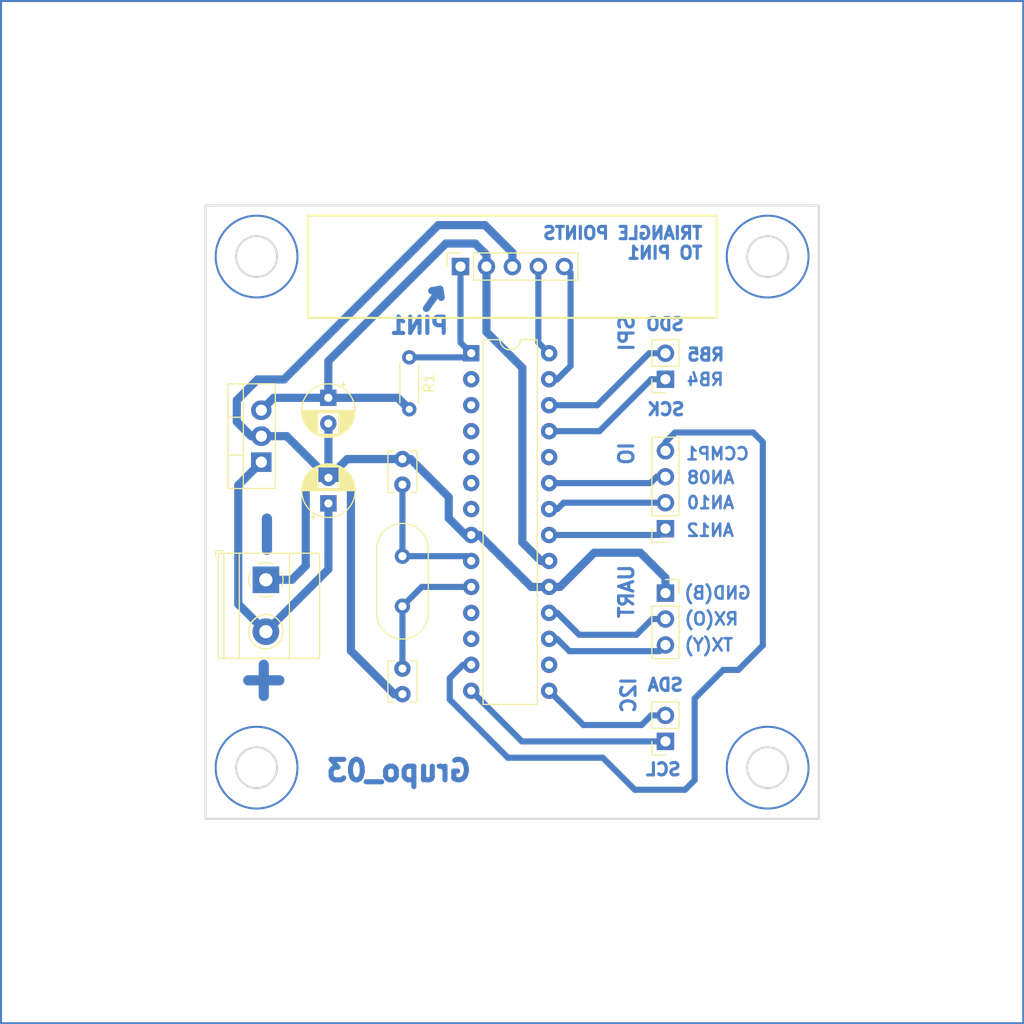
<source format=kicad_pcb>
(kicad_pcb (version 20221018) (generator pcbnew)
  (layers (0 "F.Cu" signal) (31 "B.Cu" signal) (34 "B.Paste" user) (35 "F.Paste" user) (36 "B.SilkS" user "B.Silkscreen") (37 "F.SilkS" user "F.Silkscreen") (38 "B.Mask" user) (39 "F.Mask" user) (44 "Edge.Cuts" user))
  (net 0 "")
  (net 1 "signal_clkout")
  (net 2 "GND")
  (net 3 "signal_clkin")
  (net 4 "+12V")
  (net 5 "+5V")
  (net 6 "signal_i2c_scl")
  (net 7 "signal_i2c_sda")
  (net 8 "signal_an12")
  (net 9 "signal_an10")
  (net 10 "signal_an8")
  (net 12 "signal_pwm")
  (net 13 "signal_mclr")
  (net 14 "signal_tx")
  (net 19 "unconnected-(M1-T0CKI{slash}C1OUT{slash}RA4-Pad6)")
  (net 23 "signal_rx")
  (net 24 "signal_spi_sck")
  (net 26 "signal_spi_sdo")
  (net 27 "signal_icsp_clk")
  (net 28 "signal_icsp_dat")
  (footprint "Connector_PinSocket_2.54mm:PinSocket_1x05_P2.54mm_Vertical" (layer "F.Cu") (at 135.95 79.975 90)
    (fp_text reference "PROGRAMMER1" hide)
    (fp_text value "Conn_01x05" hide)
    (pad "1" thru_hole rect (at 0 0 90) (size 1.7 1.7) (drill 1) (layers "*.Cu" "*.Mask") (net 13 "signal_mclr"))
    (pad "2" thru_hole oval (at 0 2.54 90) (size 1.7 1.7) (drill 1) (layers "*.Cu" "*.Mask") (net 5 "+5V"))
    (pad "3" thru_hole oval (at 0 5.08 90) (size 1.7 1.7) (drill 1) (layers "*.Cu" "*.Mask") (net 2 "GND"))
    (pad "4" thru_hole oval (at 0 7.62 90) (size 1.7 1.7) (drill 1) (layers "*.Cu" "*.Mask") (net 28 "signal_icsp_dat"))
    (pad "5" thru_hole oval (at 0 10.16 90) (size 1.7 1.7) (drill 1) (layers "*.Cu" "*.Mask") (net 27 "signal_icsp_clk"))
  )
  (footprint "Connector_PinSocket_2.54mm:PinSocket_1x03_P2.54mm_Vertical" (layer "F.Cu") (at 156 111.92)
    (fp_text reference "USART1" hide)
    (fp_text value "Conn_01x03" hide)
    (pad "1" thru_hole rect (at 0 0) (size 1.7 1.7) (drill 1) (layers "*.Cu" "*.Mask") (net 2 "GND"))
    (pad "2" thru_hole oval (at 0 2.54) (size 1.7 1.7) (drill 1) (layers "*.Cu" "*.Mask") (net 23 "signal_rx"))
    (pad "3" thru_hole oval (at 0 5.08) (size 1.7 1.7) (drill 1) (layers "*.Cu" "*.Mask") (net 14 "signal_tx"))
  )
  (footprint "Resistor_THT:R_Axial_DIN0204_L3.6mm_D1.6mm_P5.08mm_Horizontal" (layer "F.Cu") (at 130.94 88.86 -90)
    (fp_text reference "R1" (at 2.54 -1.92 90) (layer "F.SilkS"))
    (fp_text value "5K" hide)
    (pad "1" thru_hole circle (at 0 0 270) (size 1.4 1.4) (drill 0.7) (layers "*.Cu" "*.Mask") (net 13 "signal_mclr"))
    (pad "2" thru_hole oval (at 5.08 0 270) (size 1.4 1.4) (drill 0.7) (layers "*.Cu" "*.Mask") (net 5 "+5V"))
  )
  (footprint "Capacitor_THT:CP_Radial_D5.0mm_P2.50mm" (layer "F.Cu") (at 123.03 103.15 90)
    (fp_text reference "C3" hide)
    (fp_text value "0.33uF" hide)
    (pad "1" thru_hole rect (at 0 0 90) (size 1.6 1.6) (drill 0.8) (layers "*.Cu" "*.Mask") (net 4 "+12V"))
    (pad "2" thru_hole circle (at 2.5 0 90) (size 1.6 1.6) (drill 0.8) (layers "*.Cu" "*.Mask") (net 2 "GND"))
  )
  (footprint "Capacitor_THT:C_Disc_D3.8mm_W2.6mm_P2.50mm" (layer "F.Cu") (at 130.27 101.31 90)
    (fp_text reference "C2" hide)
    (fp_text value "22pF" hide)
    (pad "1" thru_hole circle (at 0 0 90) (size 1.6 1.6) (drill 0.8) (layers "*.Cu" "*.Mask") (net 3 "signal_clkin"))
    (pad "2" thru_hole circle (at 2.5 0 90) (size 1.6 1.6) (drill 0.8) (layers "*.Cu" "*.Mask") (net 2 "GND"))
  )
  (footprint "Crystal:Crystal_HC18-U_Vertical" (layer "F.Cu") (at 130.27 108.31 -90)
    (fp_text reference "Y1" hide)
    (fp_text value "Crystal" hide)
    (pad "1" thru_hole circle (at 0 0 270) (size 1.5 1.5) (drill 0.8) (layers "*.Cu" "*.Mask") (net 3 "signal_clkin"))
    (pad "2" thru_hole circle (at 4.9 0 270) (size 1.5 1.5) (drill 0.8) (layers "*.Cu" "*.Mask") (net 1 "signal_clkout"))
  )
  (footprint "Capacitor_THT:CP_Radial_D5.0mm_P2.50mm" (layer "F.Cu") (at 123.02 92.82 -90)
    (fp_text reference "C4" hide)
    (fp_text value "0.1uF" hide)
    (pad "1" thru_hole rect (at 0 0 270) (size 1.6 1.6) (drill 0.8) (layers "*.Cu" "*.Mask") (net 5 "+5V"))
    (pad "2" thru_hole circle (at 2.5 0 270) (size 1.6 1.6) (drill 0.8) (layers "*.Cu" "*.Mask") (net 2 "GND"))
  )
  (footprint "Package_TO_SOT_THT:TO-220-3_Vertical" (layer "F.Cu") (at 116.465 99.11 90)
    (fp_text reference "U1" hide)
    (fp_text value "L7805" hide)
    (pad "1" thru_hole rect (at 0 0 90) (size 1.905 2) (drill 1.1) (layers "*.Cu" "*.Mask") (net 4 "+12V"))
    (pad "2" thru_hole oval (at 2.54 0 90) (size 1.905 2) (drill 1.1) (layers "*.Cu" "*.Mask") (net 2 "GND"))
    (pad "3" thru_hole oval (at 5.08 0 90) (size 1.905 2) (drill 1.1) (layers "*.Cu" "*.Mask") (net 5 "+5V"))
  )
  (footprint "Connector_PinSocket_2.54mm:PinSocket_1x04_P2.54mm_Vertical" (layer "F.Cu") (at 156 105.62 180)
    (fp_text reference "IO1" hide)
    (fp_text value "Conn_01x04" hide)
    (pad "1" thru_hole rect (at 0 0 180) (size 1.7 1.7) (drill 1) (layers "*.Cu" "*.Mask") (net 8 "signal_an12"))
    (pad "2" thru_hole oval (at 0 2.54 180) (size 1.7 1.7) (drill 1) (layers "*.Cu" "*.Mask") (net 9 "signal_an10"))
    (pad "3" thru_hole oval (at 0 5.08 180) (size 1.7 1.7) (drill 1) (layers "*.Cu" "*.Mask") (net 10 "signal_an8"))
    (pad "4" thru_hole oval (at 0 7.62 180) (size 1.7 1.7) (drill 1) (layers "*.Cu" "*.Mask") (net 12 "signal_pwm"))
  )
  (footprint "Capacitor_THT:C_Disc_D3.8mm_W2.6mm_P2.50mm" (layer "F.Cu") (at 130.27 119.31 -90)
    (fp_text reference "C1" hide)
    (fp_text value "22pF" hide)
    (pad "1" thru_hole circle (at 0 0 270) (size 1.6 1.6) (drill 0.8) (layers "*.Cu" "*.Mask") (net 1 "signal_clkout"))
    (pad "2" thru_hole circle (at 2.5 0 270) (size 1.6 1.6) (drill 0.8) (layers "*.Cu" "*.Mask") (net 2 "GND"))
  )
  (footprint "Connector_PinSocket_2.54mm:PinSocket_1x02_P2.54mm_Vertical" (layer "F.Cu") (at 156 91 180)
    (fp_text reference "SPI1" hide)
    (fp_text value "Conn_01x02" hide)
    (pad "1" thru_hole rect (at 0 0 180) (size 1.7 1.7) (drill 1) (layers "*.Cu" "*.Mask") (net 24 "signal_spi_sck"))
    (pad "2" thru_hole oval (at 0 2.54 180) (size 1.7 1.7) (drill 1) (layers "*.Cu" "*.Mask") (net 26 "signal_spi_sdo"))
  )
  (footprint "Package_DIP:DIP-28_W7.62mm" (layer "F.Cu") (at 137 88.46)
    (fp_text reference "M1" hide)
    (fp_text value "PIC16F886-IP" hide)
    (pad "1" thru_hole rect (at 0 0) (size 1.6 1.6) (drill 0.8) (layers "*.Cu" "*.Mask") (net 13 "signal_mclr"))
    (pad "2" thru_hole oval (at 0 2.54) (size 1.6 1.6) (drill 0.8) (layers "*.Cu" "*.Mask"))
    (pad "3" thru_hole oval (at 0 5.08) (size 1.6 1.6) (drill 0.8) (layers "*.Cu" "*.Mask"))
    (pad "4" thru_hole oval (at 0 7.62) (size 1.6 1.6) (drill 0.8) (layers "*.Cu" "*.Mask"))
    (pad "5" thru_hole oval (at 0 10.16) (size 1.6 1.6) (drill 0.8) (layers "*.Cu" "*.Mask"))
    (pad "6" thru_hole oval (at 0 12.7) (size 1.6 1.6) (drill 0.8) (layers "*.Cu" "*.Mask") (net 19 "unconnected-(M1-T0CKI{slash}C1OUT{slash}RA4-Pad6)"))
    (pad "7" thru_hole oval (at 0 15.24) (size 1.6 1.6) (drill 0.8) (layers "*.Cu" "*.Mask"))
    (pad "8" thru_hole oval (at 0 17.78) (size 1.6 1.6) (drill 0.8) (layers "*.Cu" "*.Mask") (net 2 "GND"))
    (pad "9" thru_hole oval (at 0 20.32) (size 1.6 1.6) (drill 0.8) (layers "*.Cu" "*.Mask") (net 3 "signal_clkin"))
    (pad "10" thru_hole oval (at 0 22.86) (size 1.6 1.6) (drill 0.8) (layers "*.Cu" "*.Mask") (net 1 "signal_clkout"))
    (pad "11" thru_hole oval (at 0 25.4) (size 1.6 1.6) (drill 0.8) (layers "*.Cu" "*.Mask"))
    (pad "12" thru_hole oval (at 0 27.94) (size 1.6 1.6) (drill 0.8) (layers "*.Cu" "*.Mask"))
    (pad "13" thru_hole oval (at 0 30.48) (size 1.6 1.6) (drill 0.8) (layers "*.Cu" "*.Mask") (net 12 "signal_pwm"))
    (pad "14" thru_hole oval (at 0 33.02) (size 1.6 1.6) (drill 0.8) (layers "*.Cu" "*.Mask") (net 6 "signal_i2c_scl"))
    (pad "15" thru_hole oval (at 7.62 33.02) (size 1.6 1.6) (drill 0.8) (layers "*.Cu" "*.Mask") (net 7 "signal_i2c_sda"))
    (pad "16" thru_hole oval (at 7.62 30.48) (size 1.6 1.6) (drill 0.8) (layers "*.Cu" "*.Mask"))
    (pad "17" thru_hole oval (at 7.62 27.94) (size 1.6 1.6) (drill 0.8) (layers "*.Cu" "*.Mask") (net 14 "signal_tx"))
    (pad "18" thru_hole oval (at 7.62 25.4) (size 1.6 1.6) (drill 0.8) (layers "*.Cu" "*.Mask") (net 23 "signal_rx"))
    (pad "19" thru_hole oval (at 7.62 22.86) (size 1.6 1.6) (drill 0.8) (layers "*.Cu" "*.Mask") (net 2 "GND"))
    (pad "20" thru_hole oval (at 7.62 20.32) (size 1.6 1.6) (drill 0.8) (layers "*.Cu" "*.Mask") (net 5 "+5V"))
    (pad "21" thru_hole oval (at 7.62 17.78) (size 1.6 1.6) (drill 0.8) (layers "*.Cu" "*.Mask") (net 8 "signal_an12"))
    (pad "22" thru_hole oval (at 7.62 15.24) (size 1.6 1.6) (drill 0.8) (layers "*.Cu" "*.Mask") (net 9 "signal_an10"))
    (pad "23" thru_hole oval (at 7.62 12.7) (size 1.6 1.6) (drill 0.8) (layers "*.Cu" "*.Mask") (net 10 "signal_an8"))
    (pad "24" thru_hole oval (at 7.62 10.16) (size 1.6 1.6) (drill 0.8) (layers "*.Cu" "*.Mask"))
    (pad "25" thru_hole oval (at 7.62 7.62) (size 1.6 1.6) (drill 0.8) (layers "*.Cu" "*.Mask") (net 24 "signal_spi_sck"))
    (pad "26" thru_hole oval (at 7.62 5.08) (size 1.6 1.6) (drill 0.8) (layers "*.Cu" "*.Mask") (net 26 "signal_spi_sdo"))
    (pad "27" thru_hole oval (at 7.62 2.54) (size 1.6 1.6) (drill 0.8) (layers "*.Cu" "*.Mask") (net 27 "signal_icsp_clk"))
    (pad "28" thru_hole oval (at 7.62 0) (size 1.6 1.6) (drill 0.8) (layers "*.Cu" "*.Mask") (net 28 "signal_icsp_dat"))
  )
  (footprint "TerminalBlock_Phoenix:TerminalBlock_Phoenix_MKDS-1,5-2-5.08_1x02_P5.08mm_Horizontal" (layer "F.Cu") (at 116.91 110.62 -90)
    (fp_text reference "J1" hide)
    (fp_text value "Screw_Terminal_01x02" hide)
    (pad "1" thru_hole rect (at 0 0 270) (size 2.6 2.6) (drill 1.3) (layers "*.Cu" "*.Mask") (net 2 "GND"))
    (pad "2" thru_hole circle (at 5.08 0 270) (size 2.6 2.6) (drill 1.3) (layers "*.Cu" "*.Mask") (net 4 "+12V"))
  )
  (footprint "Connector_PinSocket_2.54mm:PinSocket_1x02_P2.54mm_Vertical" (layer "F.Cu") (at 156 126.43 180)
    (fp_text reference "I2C1" hide)
    (fp_text value "Conn_01x02" hide)
    (pad "1" thru_hole rect (at 0 0 180) (size 1.7 1.7) (drill 1) (layers "*.Cu" "*.Mask") (net 6 "signal_i2c_scl"))
    (pad "2" thru_hole oval (at 0 2.54 180) (size 1.7 1.7) (drill 1) (layers "*.Cu" "*.Mask") (net 7 "signal_i2c_sda"))
  )
  (gr_circle (center 166 79) (end 166 83) (stroke (width 0.2)) (fill none) (layer "B.Cu"))
  (gr_rect (start 91 54) (end 191 154) (stroke (width 0.2)) (fill none) (layer "B.Cu"))
  (gr_circle (center 116 79) (end 116 83) (stroke (width 0.2)) (fill none) (layer "B.Cu"))
  (gr_circle (center 116 129) (end 116 133) (stroke (width 0.2)) (fill none) (layer "B.Cu"))
  (gr_circle (center 166 129) (end 166 133) (stroke (width 0.2)) (fill none) (layer "B.Cu"))
  (gr_rect (start 121 75) (end 161 85) (stroke (width 0.2)) (fill none) (layer "F.SilkS"))
  (gr_circle (center 166 79) (end 168 79) (stroke (width 0.2)) (fill none) (layer "Edge.Cuts"))
  (gr_circle (center 116 129) (end 118 129) (stroke (width 0.2)) (fill none) (layer "Edge.Cuts"))
  (gr_circle (center 116 79) (end 118 79) (stroke (width 0.2)) (fill none) (layer "Edge.Cuts"))
  (gr_circle (center 166 129) (end 168 129) (stroke (width 0.2)) (fill none) (layer "Edge.Cuts"))
  (gr_rect (start 111 74) (end 171 134) (stroke (width 0.2)) (fill none) (layer "Edge.Cuts"))
  (gr_text "+" (at 119.84 122.52) (layer "B.Cu") (effects (font (size 4 4) (thickness 1) bold) (justify left bottom mirror)))
  (gr_text "GND(B)" (at 164.49 112.61) (layer "B.Cu") (effects (font (size 1.2 1.2) (thickness 0.25) bold) (justify left bottom mirror)))
  (gr_text "AN12\n" (at 162.83 106.48) (layer "B.Cu") (effects (font (size 1.2 1.2) (thickness 0.25) bold) (justify left bottom mirror)))
  (gr_text "SPI" (at 153.03 84.62 90) (layer "B.Cu") (effects (font (size 1.4 1.4) (thickness 0.3) bold) (justify left bottom mirror)))
  (gr_text "I2C\n" (at 153.21 120 90) (layer "B.Cu") (effects (font (size 1.4 1.4) (thickness 0.3) bold) (justify left bottom mirror)))
  (gr_text "SDO\n" (at 157.95 86.32) (layer "B.Cu") (effects (font (size 1.2 1.2) (thickness 0.3) bold) (justify left bottom mirror)))
  (gr_text "SCK" (at 158.01 94.64) (layer "B.Cu") (effects (font (size 1.2 1.2) (thickness 0.3) bold) (justify left bottom mirror)))
  (gr_text "CCMP1" (at 164.31 99) (layer "B.Cu") (effects (font (size 1.2 1.2) (thickness 0.25) bold) (justify left bottom mirror)))
  (gr_text "SDA" (at 157.87 121.6) (layer "B.Cu") (effects (font (size 1.2 1.2) (thickness 0.3) bold) (justify left bottom mirror)))
  (gr_text "SCL" (at 157.65 129.87) (layer "B.Cu") (effects (font (size 1.2 1.2) (thickness 0.3) bold) (justify left bottom mirror)))
  (gr_text "RX(O)" (at 163.27 115.15) (layer "B.Cu") (effects (font (size 1.2 1.2) (thickness 0.25) bold) (justify left bottom mirror)))
  (gr_text "TX(Y)" (at 162.75 117.7) (layer "B.Cu") (effects (font (size 1.2 1.2) (thickness 0.25) bold) (justify left bottom mirror)))
  (gr_text "UART" (at 153 109 90) (layer "B.Cu") (effects (font (size 1.4 1.4) (thickness 0.3) bold) (justify left bottom mirror)))
  (gr_text "Grupo_03" (at 129.91 129.29) (layer "B.Cu") (effects (font (size 2 2) (thickness 0.5) bold) (justify mirror)))
  (gr_text "IO" (at 153 97 90) (layer "B.Cu") (effects (font (size 1.4 1.4) (thickness 0.3) bold) (justify left bottom mirror)))
  (gr_text "↓" (at 132.26 80.54 145) (layer "B.Cu") (effects (font (size 3 3) (thickness 0.7) bold) (justify left bottom mirror)))
  (gr_text "AN10\n" (at 162.86 103.78) (layer "B.Cu") (effects (font (size 1.2 1.2) (thickness 0.25) bold) (justify left bottom mirror)))
  (gr_text "AN08\n" (at 162.87 101.32) (layer "B.Cu") (effects (font (size 1.2 1.2) (thickness 0.25) bold) (justify left bottom mirror)))
  (gr_text "RB5" (at 161.91 89.3) (layer "B.Cu") (effects (font (size 1.2 1.2) (thickness 0.3) bold) (justify left bottom mirror)))
  (gr_text "RB4" (at 161.83 91.73) (layer "B.Cu") (effects (font (size 1.2 1.2) (thickness 0.25) bold) (justify left bottom mirror)))
  (gr_text "TRIANGLE POINTS\nTO PIN1" (at 159.76 79.34) (layer "B.Cu") (effects (font (size 1.2 1.2) (thickness 0.3) bold) (justify left bottom mirror)))
  (gr_text "-" (at 119.08 103.02 90) (layer "B.Cu") (effects (font (size 4 4) (thickness 1) bold) (justify left bottom mirror)))
  (gr_text "PIN1" (at 134.95 86.69) (layer "B.Cu") (effects (font (size 1.6 1.6) (thickness 0.4) bold) (justify left bottom mirror)))
  (segment (start 130.27 113.21) (end 130.27 119.31) (width 0.6) (layer "B.Cu") (net 1))
  (segment (start 137 111.32) (end 132.16 111.32) (width 0.6) (layer "B.Cu") (net 1))
  (segment (start 132.16 111.32) (end 130.27 113.21) (width 0.6) (layer "B.Cu") (net 1))
  (segment (start 116.100995 91.02) (end 114.066223 93.054772) (width 0.8) (layer "B.Cu") (net 2))
  (segment (start 114.066223 95.167553) (end 115.46867 96.57) (width 0.8) (layer "B.Cu") (net 2))
  (segment (start 124.87 98.81) (end 130.27 98.81) (width 0.8) (layer "B.Cu") (net 2))
  (segment (start 120.81 109.254416) (end 119.444416 110.62) (width 0.8) (layer "B.Cu") (net 2))
  (segment (start 142.88 111.32) (end 144.62 111.32) (width 0.8) (layer "B.Cu") (net 2))
  (segment (start 121.9501 100.65) (end 120.81 101.7901) (width 0.8) (layer "B.Cu") (net 2))
  (segment (start 136.435844 106.24) (end 137 106.24) (width 0.8) (layer "B.Cu") (net 2))
  (segment (start 131.07 98.81) (end 134.8 102.54) (width 0.8) (layer "B.Cu") (net 2))
  (segment (start 123.03 100.65) (end 121.9501 100.65) (width 0.8) (layer "B.Cu") (net 2))
  (segment (start 130.27 121.81) (end 129.47 121.81) (width 0.8) (layer "B.Cu") (net 2))
  (segment (start 138.335 75.925) (end 133.774516 75.925) (width 0.8) (layer "B.Cu") (net 2))
  (segment (start 129.47 121.81) (end 125.23 117.57) (width 0.8) (layer "B.Cu") (net 2))
  (segment (start 123.03 100.65) (end 123.03 95.33) (width 0.8) (layer "B.Cu") (net 2))
  (segment (start 134.8 104.604156) (end 136.435844 106.24) (width 0.8) (layer "B.Cu") (net 2))
  (segment (start 118.679516 91.02) (end 116.100995 91.02) (width 0.8) (layer "B.Cu") (net 2))
  (segment (start 116.465 96.57) (end 118.95 96.57) (width 0.8) (layer "B.Cu") (net 2))
  (segment (start 124.13 100.65) (end 123.03 100.65) (width 0.8) (layer "B.Cu") (net 2))
  (segment (start 118.95 96.57) (end 123.03 100.65) (width 0.8) (layer "B.Cu") (net 2))
  (segment (start 145.68 111.32) (end 144.62 111.32) (width 0.8) (layer "B.Cu") (net 2))
  (segment (start 125.23 101.75) (end 124.13 100.65) (width 0.8) (layer "B.Cu") (net 2))
  (segment (start 141.03 78.62) (end 138.335 75.925) (width 0.8) (layer "B.Cu") (net 2))
  (segment (start 137.8 106.24) (end 142.88 111.32) (width 0.8) (layer "B.Cu") (net 2))
  (segment (start 141.03 79.975) (end 141.03 78.62) (width 0.8) (layer "B.Cu") (net 2))
  (segment (start 149.024311 107.975689) (end 145.68 111.32) (width 0.8) (layer "B.Cu") (net 2))
  (segment (start 123.03 100.65) (end 124.87 98.81) (width 0.8) (layer "B.Cu") (net 2))
  (segment (start 120.81 101.7901) (end 120.81 109.254416) (width 0.8) (layer "B.Cu") (net 2))
  (segment (start 123.03 95.33) (end 123.02 95.32) (width 0.8) (layer "B.Cu") (net 2))
  (segment (start 114.066223 93.054772) (end 114.066223 95.167553) (width 0.8) (layer "B.Cu") (net 2))
  (segment (start 156 110.427432) (end 153.548257 107.975689) (width 0.8) (layer "B.Cu") (net 2))
  (segment (start 125.23 117.57) (end 125.23 101.75) (width 0.8) (layer "B.Cu") (net 2))
  (segment (start 115.46867 96.57) (end 116.465 96.57) (width 0.8) (layer "B.Cu") (net 2))
  (segment (start 134.8 102.54) (end 134.8 104.604156) (width 0.8) (layer "B.Cu") (net 2))
  (segment (start 119.444416 110.62) (end 116.91 110.62) (width 0.8) (layer "B.Cu") (net 2))
  (segment (start 156 111.92) (end 156 110.427432) (width 0.8) (layer "B.Cu") (net 2))
  (segment (start 137 106.24) (end 137.8 106.24) (width 0.8) (layer "B.Cu") (net 2))
  (segment (start 133.774516 75.925) (end 118.679516 91.02) (width 0.8) (layer "B.Cu") (net 2))
  (segment (start 153.548257 107.975689) (end 149.024311 107.975689) (width 0.8) (layer "B.Cu") (net 2))
  (segment (start 130.27 98.81) (end 131.07 98.81) (width 0.8) (layer "B.Cu") (net 2))
  (segment (start 136.53 108.31) (end 137 108.78) (width 0.6) (layer "B.Cu") (net 3))
  (segment (start 130.27 101.31) (end 130.27 108.31) (width 0.6) (layer "B.Cu") (net 3))
  (segment (start 130.27 108.31) (end 136.53 108.31) (width 0.6) (layer "B.Cu") (net 3))
  (segment (start 116.465 99.11) (end 114.21 101.365) (width 0.8) (layer "B.Cu") (net 4))
  (segment (start 114.21 113) (end 116.91 115.7) (width 0.8) (layer "B.Cu") (net 4))
  (segment (start 114.21 101.365) (end 114.21 113) (width 0.8) (layer "B.Cu") (net 4))
  (segment (start 116.91 115.7) (end 123.03 109.58) (width 0.8) (layer "B.Cu") (net 4))
  (segment (start 123.03 109.58) (end 123.03 103.15) (width 0.8) (layer "B.Cu") (net 4))
  (segment (start 142 106.96) (end 143.82 108.78) (width 0.8) (layer "B.Cu") (net 5))
  (segment (start 123.02 89.2251) (end 134.5201 77.725) (width 0.8) (layer "B.Cu") (net 5))
  (segment (start 117.675 92.82) (end 123.02 92.82) (width 0.8) (layer "B.Cu") (net 5))
  (segment (start 116.465 94.03) (end 117.675 92.82) (width 0.8) (layer "B.Cu") (net 5))
  (segment (start 137.3799 77.725) (end 138.49 78.8351) (width 0.8) (layer "B.Cu") (net 5))
  (segment (start 144.86 108.54) (end 144.62 108.78) (width 0.8) (layer "B.Cu") (net 5))
  (segment (start 123.02 92.82) (end 129.82 92.82) (width 0.8) (layer "B.Cu") (net 5))
  (segment (start 134.5201 77.725) (end 137.3799 77.725) (width 0.8) (layer "B.Cu") (net 5))
  (segment (start 143.82 108.78) (end 144.62 108.78) (width 0.8) (layer "B.Cu") (net 5))
  (segment (start 138.49 79.975) (end 138.49 86.3701) (width 0.8) (layer "B.Cu") (net 5))
  (segment (start 123.02 92.82) (end 123.02 89.2251) (width 0.8) (layer "B.Cu") (net 5))
  (segment (start 138.49 78.8351) (end 138.49 79.975) (width 0.8) (layer "B.Cu") (net 5))
  (segment (start 129.82 92.82) (end 130.94 93.94) (width 0.8) (layer "B.Cu") (net 5))
  (segment (start 142 89.8801) (end 142 106.96) (width 0.8) (layer "B.Cu") (net 5))
  (segment (start 138.49 86.3701) (end 142 89.8801) (width 0.8) (layer "B.Cu") (net 5))
  (segment (start 156 126.43) (end 141.95 126.43) (width 0.6) (layer "B.Cu") (net 6))
  (segment (start 141.95 126.43) (end 137 121.48) (width 0.6) (layer "B.Cu") (net 6))
  (segment (start 154.607536 123.89) (end 153.667536 124.83) (width 0.6) (layer "B.Cu") (net 7))
  (segment (start 156 123.89) (end 154.607536 123.89) (width 0.6) (layer "B.Cu") (net 7))
  (segment (start 147.97 124.83) (end 144.62 121.48) (width 0.6) (layer "B.Cu") (net 7))
  (segment (start 153.667536 124.83) (end 147.97 124.83) (width 0.6) (layer "B.Cu") (net 7))
  (segment (start 156 105.62) (end 155.38 106.24) (width 0.6) (layer "B.Cu") (net 8))
  (segment (start 144.86 106) (end 144.62 106.24) (width 0.6) (layer "B.Cu") (net 8))
  (segment (start 155.38 106.24) (end 144.62 106.24) (width 0.6) (layer "B.Cu") (net 8))
  (segment (start 144.86 103.46) (end 144.62 103.7) (width 0.6) (layer "B.Cu") (net 9))
  (segment (start 144.62 103.7) (end 145.42 103.7) (width 0.6) (layer "B.Cu") (net 9))
  (segment (start 145.42 103.7) (end 146.04 103.08) (width 0.6) (layer "B.Cu") (net 9))
  (segment (start 146.04 103.08) (end 156 103.08) (width 0.6) (layer "B.Cu") (net 9))
  (segment (start 154.53 101.16) (end 144.62 101.16) (width 0.6) (layer "B.Cu") (net 10))
  (segment (start 156 100.54) (end 155.15 100.54) (width 0.6) (layer "B.Cu") (net 10))
  (segment (start 155.15 100.54) (end 154.53 101.16) (width 0.6) (layer "B.Cu") (net 10))
  (segment (start 156 98) (end 156 97.154656) (width 0.6) (layer "B.Cu") (net 12))
  (segment (start 165.527125 117.038775) (end 163.1259 119.44) (width 0.6) (layer "B.Cu") (net 12))
  (segment (start 164.585603 96.20987) (end 165.527125 97.151392) (width 0.6) (layer "B.Cu") (net 12))
  (segment (start 158.859072 130.221311) (end 157.91755 131.162833) (width 0.6) (layer "B.Cu") (net 12))
  (segment (start 163.1259 119.44) (end 161.65 119.44) (width 0.6) (layer "B.Cu") (net 12))
  (segment (start 161.65 119.44) (end 158.859072 122.230928) (width 0.6) (layer "B.Cu") (net 12))
  (segment (start 165.527125 97.151392) (end 165.527125 117.038775) (width 0.6) (layer "B.Cu") (net 12))
  (segment (start 149.87 128.03) (end 140.587264 128.03) (width 0.6) (layer "B.Cu") (net 12))
  (segment (start 140.587264 128.03) (end 134.9 122.342736) (width 0.6) (layer "B.Cu") (net 12))
  (segment (start 156 97.154656) (end 156.944786 96.20987) (width 0.6) (layer "B.Cu") (net 12))
  (segment (start 134.9 120.24) (end 136.2 118.94) (width 0.6) (layer "B.Cu") (net 12))
  (segment (start 158.859072 122.230928) (end 158.859072 130.221311) (width 0.6) (layer "B.Cu") (net 12))
  (segment (start 157.91755 131.162833) (end 153.002833 131.162833) (width 0.6) (layer "B.Cu") (net 12))
  (segment (start 134.9 122.342736) (end 134.9 120.24) (width 0.6) (layer "B.Cu") (net 12))
  (segment (start 156.944786 96.20987) (end 164.585603 96.20987) (width 0.6) (layer "B.Cu") (net 12))
  (segment (start 153.002833 131.162833) (end 149.87 128.03) (width 0.6) (layer "B.Cu") (net 12))
  (segment (start 136.2 118.94) (end 137 118.94) (width 0.6) (layer "B.Cu") (net 12))
  (segment (start 136.6 88.86) (end 137 88.46) (width 0.6) (layer "B.Cu") (net 13))
  (segment (start 135.95 79.975) (end 135.95 87.41) (width 0.6) (layer "B.Cu") (net 13))
  (segment (start 135.95 87.41) (end 137 88.46) (width 0.6) (layer "B.Cu") (net 13))
  (segment (start 130.94 88.86) (end 136.6 88.86) (width 0.6) (layer "B.Cu") (net 13))
  (segment (start 146.6 117.6) (end 145.4 116.4) (width 0.6) (layer "B.Cu") (net 14))
  (segment (start 145.4 116.4) (end 144.62 116.4) (width 0.6) (layer "B.Cu") (net 14))
  (segment (start 155.4 117.6) (end 146.6 117.6) (width 0.6) (layer "B.Cu") (net 14))
  (segment (start 156 117) (end 155.4 117.6) (width 0.6) (layer "B.Cu") (net 14))
  (segment (start 136.61 101.55) (end 137 101.16) (width 0.6) (layer "B.Cu") (net 19))
  (segment (start 154.699494 114.46) (end 153.159494 116) (width 0.6) (layer "B.Cu") (net 23))
  (segment (start 145.42 113.86) (end 144.62 113.86) (width 0.6) (layer "B.Cu") (net 23))
  (segment (start 156 114.46) (end 154.699494 114.46) (width 0.6) (layer "B.Cu") (net 23))
  (segment (start 147.56 116) (end 145.42 113.86) (width 0.6) (layer "B.Cu") (net 23))
  (segment (start 153.159494 116) (end 147.56 116) (width 0.6) (layer "B.Cu") (net 23))
  (segment (start 154.627943 91) (end 149.547943 96.08) (width 0.6) (layer "B.Cu") (net 24))
  (segment (start 149.547943 96.08) (end 144.62 96.08) (width 0.6) (layer "B.Cu") (net 24))
  (segment (start 156 91) (end 154.627943 91) (width 0.6) (layer "B.Cu") (net 24))
  (segment (start 154.410869 88.46) (end 149.330869 93.54) (width 0.6) (layer "B.Cu") (net 26))
  (segment (start 156 88.46) (end 154.410869 88.46) (width 0.6) (layer "B.Cu") (net 26))
  (segment (start 149.330869 93.54) (end 144.62 93.54) (width 0.6) (layer "B.Cu") (net 26))
  (segment (start 146.11 79.975) (end 146.72 80.585) (width 0.6) (layer "B.Cu") (net 27))
  (segment (start 145.42 91) (end 144.62 91) (width 0.6) (layer "B.Cu") (net 27))
  (segment (start 146.72 80.585) (end 146.72 89.7) (width 0.6) (layer "B.Cu") (net 27))
  (segment (start 146.72 89.7) (end 145.42 91) (width 0.6) (layer "B.Cu") (net 27))
  (segment (start 143.57 87.41) (end 144.62 88.46) (width 0.6) (layer "B.Cu") (net 28))
  (segment (start 143.57 79.975) (end 143.57 87.41) (width 0.6) (layer "B.Cu") (net 28))
)
</source>
